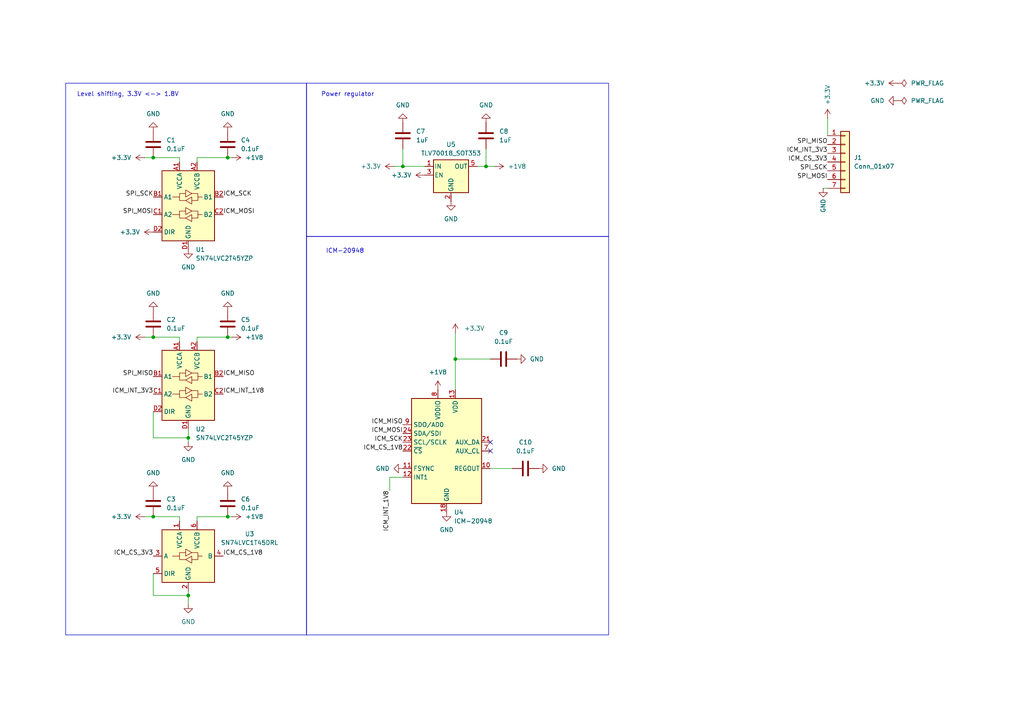
<source format=kicad_sch>
(kicad_sch (version 20250114) (generator "eeschema") (generator_version "9.0")
  (paper "A4")
  (lib_symbols
    (symbol "Connector_Generic:Conn_01x07" (pin_names (offset 1.016) (hide yes))
      (property "Reference" "J" (at 0 10.16 0))
      (property "Value" "Conn_01x07" (at 0 -10.16 0))
      (symbol "Conn_01x07_1_1"
        (rectangle (start -1.27 8.89) (end 1.27 -8.89) (stroke (width 0.254)) (fill (type background)))
        (rectangle (start -1.27 7.747) (end 0 7.493) (stroke (width 0.1524)))
        (rectangle (start -1.27 5.207) (end 0 4.953) (stroke (width 0.1524)))
        (rectangle (start -1.27 2.667) (end 0 2.413) (stroke (width 0.1524)))
        (rectangle (start -1.27 0.127) (end 0 -0.127) (stroke (width 0.1524)))
        (rectangle (start -1.27 -2.413) (end 0 -2.667) (stroke (width 0.1524)))
        (rectangle (start -1.27 -4.953) (end 0 -5.207) (stroke (width 0.1524)))
        (rectangle (start -1.27 -7.493) (end 0 -7.747) (stroke (width 0.1524)))
        (pin passive line (at -5.08 7.62 0) (length 3.81) (name "Pin_1") (number "1"))
        (pin passive line (at -5.08 5.08 0) (length 3.81) (name "Pin_2") (number "2"))
        (pin passive line (at -5.08 2.54 0) (length 3.81) (name "Pin_3") (number "3"))
        (pin passive line (at -5.08 0 0) (length 3.81) (name "Pin_4") (number "4"))
        (pin passive line (at -5.08 -2.54 0) (length 3.81) (name "Pin_5") (number "5"))
        (pin passive line (at -5.08 -5.08 0) (length 3.81) (name "Pin_6") (number "6"))
        (pin passive line (at -5.08 -7.62 0) (length 3.81) (name "Pin_7") (number "7"))
      )
    )
    (symbol "Device:C" (pin_numbers (hide yes)) (pin_names (offset 0.254))
      (property "Reference" "C" (at 0.635 2.54 0))
      (property "Value" "C" (at 0.635 -2.54 0))
      (symbol "C_0_1"
        (polyline (pts (xy -2.032 0.762) (xy 2.032 0.762)) (stroke (width 0.508)))
        (polyline (pts (xy -2.032 -0.762) (xy 2.032 -0.762)) (stroke (width 0.508)))
      )
      (symbol "C_1_1"
        (pin passive line (at 0 3.81 270) (length 2.794) (name "~") (number "1"))
        (pin passive line (at 0 -3.81 90) (length 2.794) (name "~") (number "2"))
      )
    )
    (symbol "Logic_LevelTranslator:SN74LVC1T45DRL"
      (property "Reference" "U" (at -6.35 8.89 0))
      (property "Value" "SN74LVC1T45DRL" (at 3.81 8.89 0))
      (symbol "SN74LVC1T45DRL_0_1"
        (rectangle (start -7.62 7.62) (end 7.62 -7.62) (stroke (width 0.254)) (fill (type background)))
        (polyline (pts (xy -2.54 0) (xy -2.54 1.016) (xy -0.762 1.016)))
        (polyline (pts (xy -0.762 0) (xy -0.762 2.032) (xy 1.016 1.016) (xy -0.762 0)))
        (polyline (pts (xy -0.762 -1.016) (xy -2.54 -1.016) (xy -2.54 0) (xy -4.572 0)))
        (polyline (pts (xy 1.016 1.016) (xy 2.794 1.016) (xy 2.794 0) (xy 4.064 0)))
        (polyline (pts (xy 1.016 0) (xy 1.016 -1.778) (xy 1.016 -2.032) (xy -0.762 -1.016) (xy 1.016 0)))
        (polyline (pts (xy 2.794 0) (xy 2.794 -1.016) (xy 1.016 -1.016)))
      )
      (symbol "SN74LVC1T45DRL_1_1"
        (pin bidirectional line (at -10.16 0 0) (length 2.54) (name "A") (number "3"))
        (pin input line (at -10.16 -5.08 0) (length 2.54) (name "DIR") (number "5"))
        (pin power_in line (at -2.54 10.16 270) (length 2.54) (name "VCCA") (number "1"))
        (pin power_in line (at 0 -10.16 90) (length 2.54) (name "GND") (number "2"))
        (pin power_in line (at 2.54 10.16 270) (length 2.54) (name "VCCB") (number "6"))
        (pin bidirectional line (at 10.16 0 180) (length 2.54) (name "B") (number "4"))
      )
    )
    (symbol "Logic_LevelTranslator:SN74LVC2T45YZP"
      (property "Reference" "U" (at -6.35 11.43 0))
      (property "Value" "SN74LVC2T45YZP" (at 3.81 11.43 0))
      (symbol "SN74LVC2T45YZP_0_1"
        (rectangle (start -7.62 10.16) (end 7.62 -10.16) (stroke (width 0.254)) (fill (type background)))
        (polyline (pts (xy -2.54 2.54) (xy -2.54 3.556) (xy -0.762 3.556)))
        (polyline (pts (xy -0.762 2.54) (xy -0.762 4.572) (xy 1.016 3.556) (xy -0.762 2.54)))
        (polyline (pts (xy -0.762 1.524) (xy -2.54 1.524) (xy -2.54 2.54) (xy -4.572 2.54)))
        (polyline (pts (xy 1.016 3.556) (xy 2.794 3.556) (xy 2.794 2.54) (xy 4.064 2.54)))
        (polyline (pts (xy 1.016 2.54) (xy 1.016 0.762) (xy 1.016 0.508) (xy -0.762 1.524) (xy 1.016 2.54)))
        (polyline (pts (xy 2.794 2.54) (xy 2.794 1.524) (xy 1.016 1.524)))
      )
      (symbol "SN74LVC2T45YZP_1_1"
        (polyline (pts (xy -2.54 -2.54) (xy -2.54 -1.524) (xy -0.762 -1.524)))
        (polyline (pts (xy -0.762 -2.54) (xy -0.762 -0.508) (xy 1.016 -1.524) (xy -0.762 -2.54)))
        (polyline (pts (xy -0.762 -3.556) (xy -2.54 -3.556) (xy -2.54 -2.54) (xy -4.572 -2.54)))
        (polyline (pts (xy 1.016 -1.524) (xy 2.794 -1.524) (xy 2.794 -2.54) (xy 4.064 -2.54)))
        (polyline (pts (xy 1.016 -2.54) (xy 1.016 -4.318) (xy 1.016 -4.572) (xy -0.762 -3.556) (xy 1.016 -2.54)))
        (polyline (pts (xy 2.794 -2.54) (xy 2.794 -3.556) (xy 1.016 -3.556)))
        (pin bidirectional line (at -10.16 2.54 0) (length 2.54) (name "A1") (number "B1"))
        (pin bidirectional line (at -10.16 -2.54 0) (length 2.54) (name "A2") (number "C1"))
        (pin input line (at -10.16 -7.62 0) (length 2.54) (name "DIR") (number "D2"))
        (pin power_in line (at -2.54 12.7 270) (length 2.54) (name "VCCA") (number "A1"))
        (pin power_in line (at 0 -12.7 90) (length 2.54) (name "GND") (number "D1"))
        (pin power_in line (at 2.54 12.7 270) (length 2.54) (name "VCCB") (number "A2"))
        (pin bidirectional line (at 10.16 2.54 180) (length 2.54) (name "B1") (number "B2"))
        (pin bidirectional line (at 10.16 -2.54 180) (length 2.54) (name "B2") (number "C2"))
      )
    )
    (symbol "Regulator_Linear:TLV70018_SOT353" (pin_names (offset 0.254))
      (property "Reference" "U" (at -3.81 5.715 0))
      (property "Value" "TLV70018_SOT353" (at 0 5.715 0))
      (symbol "TLV70018_SOT353_0_1"
        (rectangle (start -5.08 4.445) (end 5.08 -5.08) (stroke (width 0.254)) (fill (type background)))
      )
      (symbol "TLV70018_SOT353_1_1"
        (pin power_in line (at -7.62 2.54 0) (length 2.54) (name "IN") (number "1"))
        (pin input line (at -7.62 0 0) (length 2.54) (name "EN") (number "3"))
        (pin power_in line (at 0 -7.62 90) (length 2.54) (name "GND") (number "2"))
        (pin no_connect line (at 5.08 0 180) (length 2.54) (hide yes) (name "NC") (number "4"))
        (pin power_out line (at 7.62 2.54 180) (length 2.54) (name "OUT") (number "5"))
      )
    )
    (symbol "Sensor_Motion:ICM-20948"
      (property "Reference" "U" (at -11.43 16.51 0))
      (property "Value" "ICM-20948" (at 7.62 -16.51 0))
      (symbol "ICM-20948_0_1"
        (rectangle (start -10.16 15.24) (end 10.16 -15.24) (stroke (width 0.254)) (fill (type background)))
      )
      (symbol "ICM-20948_1_1"
        (pin bidirectional line (at -12.7 7.62 0) (length 2.54) (name "SDO/AD0") (number "9"))
        (pin bidirectional line (at -12.7 5.08 0) (length 2.54) (name "SDA/SDI") (number "24"))
        (pin input line (at -12.7 2.54 0) (length 2.54) (name "SCL/SCLK") (number "23"))
        (pin input line (at -12.7 0 0) (length 2.54) (name "~{CS}") (number "22"))
        (pin input line (at -12.7 -5.08 0) (length 2.54) (name "FSYNC") (number "11"))
        (pin output line (at -12.7 -7.62 0) (length 2.54) (name "INT1") (number "12"))
        (pin no_connect line (at -10.16 12.7 0) (length 2.54) (hide yes) (name "NC") (number "1"))
        (pin no_connect line (at -10.16 10.16 0) (length 2.54) (hide yes) (name "NC") (number "2"))
        (pin no_connect line (at -10.16 -2.54 0) (length 2.54) (hide yes) (name "NC") (number "3"))
        (pin no_connect line (at -10.16 -10.16 0) (length 2.54) (hide yes) (name "NC") (number "4"))
        (pin no_connect line (at -10.16 -12.7 0) (length 2.54) (hide yes) (name "NC") (number "5"))
        (pin power_in line (at -2.54 17.78 270) (length 2.54) (name "VDDIO") (number "8"))
        (pin power_in line (at 0 -17.78 90) (length 2.54) (name "GND") (number "18"))
        (pin passive line (at 0 -17.78 90) (length 2.54) (hide yes) (name "GND") (number "20"))
        (pin power_in line (at 2.54 17.78 270) (length 2.54) (name "VDD") (number "13"))
        (pin no_connect line (at 10.16 10.16 180) (length 2.54) (hide yes) (name "NC") (number "6"))
        (pin no_connect line (at 10.16 7.62 180) (length 2.54) (hide yes) (name "NC") (number "14"))
        (pin no_connect line (at 10.16 5.08 180) (length 2.54) (hide yes) (name "NC") (number "15"))
        (pin no_connect line (at 10.16 -7.62 180) (length 2.54) (hide yes) (name "NC") (number "16"))
        (pin no_connect line (at 10.16 -10.16 180) (length 2.54) (hide yes) (name "NC") (number "17"))
        (pin no_connect line (at 10.16 -12.7 180) (length 2.54) (hide yes) (name "RESV") (number "19"))
        (pin bidirectional line (at 12.7 2.54 180) (length 2.54) (name "AUX_DA") (number "21"))
        (pin output line (at 12.7 0 180) (length 2.54) (name "AUX_CL") (number "7"))
        (pin passive line (at 12.7 -5.08 180) (length 2.54) (name "REGOUT") (number "10"))
      )
    )
    (symbol "power:+1V8" (power) (pin_numbers (hide yes)) (pin_names (offset 0) (hide yes))
      (property "Value" "+1V8" (at 0 3.556 0))
      (symbol "+1V8_0_1"
        (polyline (pts (xy -0.762 1.27) (xy 0 2.54)))
        (polyline (pts (xy 0 2.54) (xy 0.762 1.27)))
        (polyline (pts (xy 0 0) (xy 0 2.54)))
      )
      (symbol "+1V8_1_1"
        (pin power_in line (at 0 0 90) (length 0) (name "~") (number "1"))
      )
    )
    (symbol "power:+3.3V" (power) (pin_numbers (hide yes)) (pin_names (offset 0) (hide yes))
      (property "Value" "+3.3V" (at 0 3.556 0))
      (symbol "+3.3V_0_1"
        (polyline (pts (xy -0.762 1.27) (xy 0 2.54)))
        (polyline (pts (xy 0 2.54) (xy 0.762 1.27)))
        (polyline (pts (xy 0 0) (xy 0 2.54)))
      )
      (symbol "+3.3V_1_1"
        (pin power_in line (at 0 0 90) (length 0) (name "~") (number "1"))
      )
    )
    (symbol "power:GND" (power) (pin_numbers (hide yes)) (pin_names (offset 0) (hide yes))
      (property "Value" "GND" (at 0 -3.81 0))
      (symbol "GND_0_1"
        (polyline (pts (xy 0 0) (xy 0 -1.27) (xy 1.27 -1.27) (xy 0 -2.54) (xy -1.27 -1.27) (xy 0 -1.27)))
      )
      (symbol "GND_1_1"
        (pin power_in line (at 0 0 270) (length 0) (name "~") (number "1"))
      )
    )
    (symbol "power:PWR_FLAG" (power) (pin_numbers (hide yes)) (pin_names (offset 0) (hide yes))
      (property "Value" "PWR_FLAG" (at 0 3.81 0))
      (symbol "PWR_FLAG_0_0"
        (pin power_out line (at 0 0 90) (length 0) (name "~") (number "1"))
      )
      (symbol "PWR_FLAG_0_1"
        (polyline (pts (xy 0 0) (xy 0 1.27) (xy -1.016 1.905) (xy 0 2.54) (xy 1.016 1.905) (xy 0 1.27)))
      )
    )
  )
  (rectangle (start 88.9 68.58) (end 176.53 184.15))
  (rectangle (start 88.9 24.13) (end 176.53 68.58))
  (rectangle (start 19.05 24.13) (end 88.9 184.15))
  (text "Level shifting, 3.3V <-> 1.8V" (at 37.084 27.432 0) (effects (font (size 1.27 1.27))))
  (text "ICM-20948" (at 100.076 72.898 0) (effects (font (size 1.27 1.27))))
  (text "Power regulator" (at 100.838 27.432 0) (effects (font (size 1.27 1.27))))
  (junction (at 66.04 97.79))
  (junction (at 66.04 45.72))
  (junction (at 116.84 48.26))
  (junction (at 132.08 104.14))
  (junction (at 54.61 127))
  (junction (at 44.45 97.79))
  (junction (at 54.61 172.72))
  (junction (at 44.45 45.72))
  (junction (at 44.45 149.86))
  (junction (at 140.97 48.26))
  (junction (at 66.04 149.86))
  (no_connect (at 142.24 130.81))
  (no_connect (at 142.24 128.27))
  (wire (pts (xy 132.08 104.14) (xy 142.24 104.14)))
  (wire (pts (xy 57.15 151.13) (xy 57.15 149.86)))
  (wire (pts (xy 240.03 34.29) (xy 240.03 39.37)))
  (wire (pts (xy 116.84 48.26) (xy 123.19 48.26)))
  (wire (pts (xy 138.43 48.26) (xy 140.97 48.26)))
  (wire (pts (xy 238.76 54.61) (xy 240.03 54.61)))
  (wire (pts (xy 44.45 149.86) (xy 52.07 149.86)))
  (wire (pts (xy 44.45 127) (xy 54.61 127)))
  (wire (pts (xy 140.97 48.26) (xy 143.51 48.26)))
  (wire (pts (xy 44.45 45.72) (xy 52.07 45.72)))
  (wire (pts (xy 44.45 97.79) (xy 52.07 97.79)))
  (wire (pts (xy 54.61 128.27) (xy 54.61 127)))
  (wire (pts (xy 57.15 97.79) (xy 66.04 97.79)))
  (wire (pts (xy 54.61 171.45) (xy 54.61 172.72)))
  (wire (pts (xy 54.61 172.72) (xy 54.61 175.26)))
  (wire (pts (xy 114.3 48.26) (xy 116.84 48.26)))
  (wire (pts (xy 52.07 45.72) (xy 52.07 46.99)))
  (wire (pts (xy 116.84 138.43) (xy 113.03 138.43)))
  (wire (pts (xy 57.15 45.72) (xy 66.04 45.72)))
  (wire (pts (xy 41.91 97.79) (xy 44.45 97.79)))
  (wire (pts (xy 148.59 135.89) (xy 142.24 135.89)))
  (wire (pts (xy 57.15 46.99) (xy 57.15 45.72)))
  (wire (pts (xy 41.91 149.86) (xy 44.45 149.86)))
  (wire (pts (xy 44.45 172.72) (xy 54.61 172.72)))
  (wire (pts (xy 57.15 149.86) (xy 66.04 149.86)))
  (wire (pts (xy 66.04 149.86) (xy 67.31 149.86)))
  (wire (pts (xy 57.15 99.06) (xy 57.15 97.79)))
  (wire (pts (xy 132.08 96.52) (xy 132.08 104.14)))
  (wire (pts (xy 44.45 119.38) (xy 44.45 127)))
  (wire (pts (xy 66.04 45.72) (xy 67.31 45.72)))
  (wire (pts (xy 52.07 149.86) (xy 52.07 151.13)))
  (wire (pts (xy 41.91 45.72) (xy 44.45 45.72)))
  (wire (pts (xy 54.61 127) (xy 54.61 124.46)))
  (wire (pts (xy 44.45 166.37) (xy 44.45 172.72)))
  (wire (pts (xy 140.97 43.18) (xy 140.97 48.26)))
  (wire (pts (xy 132.08 104.14) (xy 132.08 113.03)))
  (wire (pts (xy 116.84 43.18) (xy 116.84 48.26)))
  (wire (pts (xy 113.03 138.43) (xy 113.03 142.24)))
  (wire (pts (xy 52.07 97.79) (xy 52.07 99.06)))
  (wire (pts (xy 66.04 97.79) (xy 67.31 97.79)))
  (label "ICM_SCK" (at 64.77 57.15 0))
  (label "ICM_MISO" (at 116.84 123.19 180))
  (label "ICM_CS_1V8" (at 116.84 130.81 180))
  (label "SPI_SCK" (at 240.03 49.53 180))
  (label "ICM_INT_1V8" (at 113.03 142.24 270))
  (label "ICM_INT_3V3" (at 44.45 114.3 180))
  (label "ICM_INT_1V8" (at 64.77 114.3 0))
  (label "ICM_SCK" (at 116.84 128.27 180))
  (label "SPI_MISO" (at 240.03 41.91 180))
  (label "ICM_MOSI" (at 64.77 62.23 0))
  (label "ICM_INT_3V3" (at 240.03 44.45 180))
  (label "ICM_CS_3V3" (at 44.45 161.29 180))
  (label "SPI_MISO" (at 44.45 109.22 180))
  (label "ICM_MISO" (at 64.77 109.22 0))
  (label "ICM_MOSI" (at 116.84 125.73 180))
  (label "SPI_MOSI" (at 44.45 62.23 180))
  (label "SPI_SCK" (at 44.45 57.15 180))
  (label "ICM_CS_1V8" (at 64.77 161.29 0))
  (label "ICM_CS_3V3" (at 240.03 46.99 180))
  (label "SPI_MOSI" (at 240.03 52.07 180))
  (symbol (lib_id "power:+3.3V") (at 41.91 45.72 90) (unit 1)
    (property "Reference" "#PWR01" (effects (hide yes)))
    (property "Value" "+3.3V" (at 38.1 45.7199 90) (effects (justify left)))
    (property "Description" "Power symbol creates a global label with name \"+3.3V\"" (effects (hide yes)))
  )
  (symbol (lib_id "power:PWR_FLAG") (at 260.35 24.13 270) (unit 1)
    (property "Reference" "#FLG01" (effects (hide yes)))
    (property "Value" "PWR_FLAG" (at 264.16 24.1299 90) (effects (justify left)))
    (property "Description" "Special symbol for telling ERC where power comes from" (effects (hide yes)))
  )
  (symbol (lib_id "Device:C") (at 66.04 41.91 0) (unit 1)
    (property "Reference" "C4" (at 69.85 40.6399 0) (effects (justify left)))
    (property "Value" "0.1uF" (at 69.85 43.1799 0) (effects (justify left)))
    (property "Footprint" "Capacitor_SMD:C_0402_1005Metric" (effects (hide yes)))
    (property "Description" "Unpolarized capacitor" (effects (hide yes)))
  )
  (symbol (lib_id "power:+3.3V") (at 132.08 96.52 0) (unit 1)
    (property "Reference" "#PWR024" (effects (hide yes)))
    (property "Value" "+3.3V" (at 134.62 95.2499 0) (effects (justify left)))
    (property "Description" "Power symbol creates a global label with name \"+3.3V\"" (effects (hide yes)))
  )
  (symbol (lib_id "power:GND") (at 66.04 38.1 180) (unit 1)
    (property "Reference" "#PWR011" (effects (hide yes)))
    (property "Value" "GND" (at 66.04 33.02 0))
    (property "Description" "Power symbol creates a global label with name \"GND\" , ground" (effects (hide yes)))
  )
  (symbol (lib_id "power:GND") (at 260.35 29.21 270) (unit 1)
    (property "Reference" "#PWR032" (effects (hide yes)))
    (property "Value" "GND" (at 256.54 29.2099 90) (effects (justify right)))
    (property "Description" "Power symbol creates a global label with name \"GND\" , ground" (effects (hide yes)))
  )
  (symbol (lib_id "power:+1V8") (at 143.51 48.26 270) (unit 1)
    (property "Reference" "#PWR026" (effects (hide yes)))
    (property "Value" "+1V8" (at 147.32 48.2599 90) (effects (justify left)))
    (property "Description" "Power symbol creates a global label with name \"+1V8\"" (effects (hide yes)))
  )
  (symbol (lib_id "power:+3.3V") (at 123.19 50.8 90) (unit 1)
    (property "Reference" "#PWR020" (effects (hide yes)))
    (property "Value" "+3.3V" (at 119.38 50.7999 90) (effects (justify left)))
    (property "Description" "Power symbol creates a global label with name \"+3.3V\"" (effects (hide yes)))
  )
  (symbol (lib_id "Device:C") (at 116.84 39.37 0) (unit 1)
    (property "Reference" "C7" (at 120.65 38.0999 0) (effects (justify left)))
    (property "Value" "1uF" (at 120.65 40.6399 0) (effects (justify left)))
    (property "Footprint" "Capacitor_SMD:C_0402_1005Metric" (effects (hide yes)))
    (property "Description" "Unpolarized capacitor (C88945)" (effects (hide yes)))
  )
  (symbol (lib_id "Logic_LevelTranslator:SN74LVC2T45YZP") (at 54.61 59.69 0) (unit 1)
    (property "Reference" "U1" (at 56.7533 72.39 0) (effects (justify left)))
    (property "Value" "SN74LVC2T45YZP" (at 56.7533 74.93 0) (effects (justify left)))
    (property "Footprint" "Package_BGA:Texas_DSBGA-8_0.9x1.9mm_Layout2x4_P0.5mm" (effects (hide yes)))
    (property "Datasheet" "http://www.ti.com/lit/ds/symlink/sn74lvc2t45.pdf" (effects (hide yes)))
    (property "Description" "Dual-Bit Dual-Supply Bus Transceiver With Configurable Voltage Translation and 3-State Outputs, DSBGA-8 (C913828)" (effects (hide yes)))
  )
  (symbol (lib_id "power:GND") (at 156.21 135.89 90) (unit 1)
    (property "Reference" "#PWR028" (effects (hide yes)))
    (property "Value" "GND" (at 160.02 135.8899 90) (effects (justify right)))
    (property "Description" "Power symbol creates a global label with name \"GND\" , ground" (effects (hide yes)))
  )
  (symbol (lib_id "power:GND") (at 54.61 128.27 0) (unit 1)
    (property "Reference" "#PWR09" (effects (hide yes)))
    (property "Value" "GND" (at 54.61 133.35 0))
    (property "Description" "Power symbol creates a global label with name \"GND\" , ground" (effects (hide yes)))
  )
  (symbol (lib_id "power:+3.3V") (at 260.35 24.13 90) (unit 1)
    (property "Reference" "#PWR031" (effects (hide yes)))
    (property "Value" "+3.3V" (at 256.54 24.1299 90) (effects (justify left)))
    (property "Description" "Power symbol creates a global label with name \"+3.3V\"" (effects (hide yes)))
  )
  (symbol (lib_id "power:+3.3V") (at 240.03 34.29 0) (unit 1)
    (property "Reference" "#PWR030" (effects (hide yes)))
    (property "Value" "+3.3V" (at 240.0301 30.48 90) (effects (justify left)))
    (property "Description" "Power symbol creates a global label with name \"+3.3V\"" (effects (hide yes)))
  )
  (symbol (lib_id "Logic_LevelTranslator:SN74LVC1T45DRL") (at 54.61 161.29 0) (unit 1)
    (property "Reference" "U3" (at 72.39 154.8698 0))
    (property "Value" "SN74LVC1T45DRL" (at 72.39 157.4098 0))
    (property "Footprint" "Package_TO_SOT_SMD:SOT-563" (effects (hide yes)))
    (property "Datasheet" "http://www.ti.com/lit/ds/symlink/sn74lvc1t45.pdf" (effects (hide yes)))
    (property "Description" "Single-Bit Dual-Supply Bus Transceiver With Configurable Voltage Translation and 3-State Outputs, SOT-563 (C352970)" (effects (hide yes)))
  )
  (symbol (lib_id "power:GND") (at 54.61 72.39 0) (unit 1)
    (property "Reference" "#PWR08" (effects (hide yes)))
    (property "Value" "GND" (at 54.61 77.47 0))
    (property "Description" "Power symbol creates a global label with name \"GND\" , ground" (effects (hide yes)))
  )
  (symbol (lib_id "power:+1V8") (at 67.31 45.72 270) (unit 1)
    (property "Reference" "#PWR014" (effects (hide yes)))
    (property "Value" "+1V8" (at 71.12 45.7199 90) (effects (justify left)))
    (property "Description" "Power symbol creates a global label with name \"+1V8\"" (effects (hide yes)))
  )
  (symbol (lib_id "Device:C") (at 44.45 41.91 0) (unit 1)
    (property "Reference" "C1" (at 48.26 40.6399 0) (effects (justify left)))
    (property "Value" "0.1uF" (at 48.26 43.1799 0) (effects (justify left)))
    (property "Footprint" "Capacitor_SMD:C_0402_1005Metric" (effects (hide yes)))
    (property "Description" "Unpolarized capacitor" (effects (hide yes)))
  )
  (symbol (lib_id "power:GND") (at 66.04 90.17 180) (unit 1)
    (property "Reference" "#PWR012" (effects (hide yes)))
    (property "Value" "GND" (at 66.04 85.09 0))
    (property "Description" "Power symbol creates a global label with name \"GND\" , ground" (effects (hide yes)))
  )
  (symbol (lib_id "power:GND") (at 129.54 148.59 0) (unit 1)
    (property "Reference" "#PWR022" (effects (hide yes)))
    (property "Value" "GND" (at 129.54 153.67 0))
    (property "Description" "Power symbol creates a global label with name \"GND\" , ground" (effects (hide yes)))
  )
  (symbol (lib_id "power:+3.3V") (at 41.91 149.86 90) (unit 1)
    (property "Reference" "#PWR03" (effects (hide yes)))
    (property "Value" "+3.3V" (at 38.1 149.8599 90) (effects (justify left)))
    (property "Description" "Power symbol creates a global label with name \"+3.3V\"" (effects (hide yes)))
  )
  (symbol (lib_id "power:+3.3V") (at 41.91 97.79 90) (unit 1)
    (property "Reference" "#PWR02" (effects (hide yes)))
    (property "Value" "+3.3V" (at 38.1 97.7899 90) (effects (justify left)))
    (property "Description" "Power symbol creates a global label with name \"+3.3V\"" (effects (hide yes)))
  )
  (symbol (lib_id "power:GND") (at 44.45 142.24 180) (unit 1)
    (property "Reference" "#PWR07" (effects (hide yes)))
    (property "Value" "GND" (at 44.45 137.16 0))
    (property "Description" "Power symbol creates a global label with name \"GND\" , ground" (effects (hide yes)))
  )
  (symbol (lib_id "power:GND") (at 44.45 38.1 180) (unit 1)
    (property "Reference" "#PWR04" (effects (hide yes)))
    (property "Value" "GND" (at 44.45 33.02 0))
    (property "Description" "Power symbol creates a global label with name \"GND\" , ground" (effects (hide yes)))
  )
  (symbol (lib_id "Device:C") (at 146.05 104.14 90) (unit 1)
    (property "Reference" "C9" (at 146.05 96.52 90))
    (property "Value" "0.1uF" (at 146.05 99.06 90))
    (property "Footprint" "Capacitor_SMD:C_0402_1005Metric" (effects (hide yes)))
    (property "Description" "Unpolarized capacitor (C1525)" (effects (hide yes)))
  )
  (symbol (lib_id "power:GND") (at 44.45 90.17 180) (unit 1)
    (property "Reference" "#PWR06" (effects (hide yes)))
    (property "Value" "GND" (at 44.45 85.09 0))
    (property "Description" "Power symbol creates a global label with name \"GND\" , ground" (effects (hide yes)))
  )
  (symbol (lib_id "power:GND") (at 140.97 35.56 180) (unit 1)
    (property "Reference" "#PWR025" (effects (hide yes)))
    (property "Value" "GND" (at 140.97 30.48 0))
    (property "Description" "Power symbol creates a global label with name \"GND\" , ground" (effects (hide yes)))
  )
  (symbol (lib_id "Logic_LevelTranslator:SN74LVC2T45YZP") (at 54.61 111.76 0) (unit 1)
    (property "Reference" "U2" (at 56.7533 124.46 0) (effects (justify left)))
    (property "Value" "SN74LVC2T45YZP" (at 56.7533 127 0) (effects (justify left)))
    (property "Footprint" "Package_BGA:Texas_DSBGA-8_0.9x1.9mm_Layout2x4_P0.5mm" (effects (hide yes)))
    (property "Datasheet" "http://www.ti.com/lit/ds/symlink/sn74lvc2t45.pdf" (effects (hide yes)))
    (property "Description" "Dual-Bit Dual-Supply Bus Transceiver With Configurable Voltage Translation and 3-State Outputs, DSBGA-8 (C913828)" (effects (hide yes)))
  )
  (symbol (lib_id "Device:C") (at 44.45 93.98 0) (unit 1)
    (property "Reference" "C2" (at 48.26 92.7099 0) (effects (justify left)))
    (property "Value" "0.1uF" (at 48.26 95.2499 0) (effects (justify left)))
    (property "Footprint" "Capacitor_SMD:C_0402_1005Metric" (effects (hide yes)))
    (property "Description" "Unpolarized capacitor" (effects (hide yes)))
  )
  (symbol (lib_id "power:GND") (at 238.76 54.61 0) (unit 1)
    (property "Reference" "#PWR029" (effects (hide yes)))
    (property "Value" "GND" (at 238.76 59.69 90))
    (property "Description" "Power symbol creates a global label with name \"GND\" , ground" (effects (hide yes)))
  )
  (symbol (lib_id "power:+1V8") (at 67.31 149.86 270) (unit 1)
    (property "Reference" "#PWR016" (effects (hide yes)))
    (property "Value" "+1V8" (at 71.12 149.8599 90) (effects (justify left)))
    (property "Description" "Power symbol creates a global label with name \"+1V8\"" (effects (hide yes)))
  )
  (symbol (lib_id "Device:C") (at 66.04 146.05 0) (unit 1)
    (property "Reference" "C6" (at 69.85 144.7799 0) (effects (justify left)))
    (property "Value" "0.1uF" (at 69.85 147.3199 0) (effects (justify left)))
    (property "Footprint" "Capacitor_SMD:C_0402_1005Metric" (effects (hide yes)))
    (property "Description" "Unpolarized capacitor" (effects (hide yes)))
  )
  (symbol (lib_id "Regulator_Linear:TLV70018_SOT353") (at 130.81 50.8 0) (unit 1)
    (property "Reference" "U5" (at 130.81 41.91 0))
    (property "Value" "TLV70018_SOT353" (at 130.81 44.45 0))
    (property "Footprint" "Package_TO_SOT_SMD:SOT-353_SC-70-5" (effects (hide yes)))
    (property "Datasheet" "http://www.ti.com/lit/ds/symlink/tlv700.pdf" (effects (hide yes)))
    (property "Description" "200mA Low Dropout Voltage Regulator, Fixed Output 1.8V, SC70-5" (effects (hide yes)))
  )
  (symbol (lib_id "power:+1V8") (at 67.31 97.79 270) (unit 1)
    (property "Reference" "#PWR015" (effects (hide yes)))
    (property "Value" "+1V8" (at 71.12 97.7899 90) (effects (justify left)))
    (property "Description" "Power symbol creates a global label with name \"+1V8\"" (effects (hide yes)))
  )
  (symbol (lib_id "power:GND") (at 116.84 35.56 180) (unit 1)
    (property "Reference" "#PWR018" (effects (hide yes)))
    (property "Value" "GND" (at 116.84 30.48 0))
    (property "Description" "Power symbol creates a global label with name \"GND\" , ground" (effects (hide yes)))
  )
  (symbol (lib_id "Sensor_Motion:ICM-20948") (at 129.54 130.81 0) (unit 1)
    (property "Reference" "U4" (at 131.6833 148.59 0) (effects (justify left)))
    (property "Value" "ICM-20948" (at 131.6833 151.13 0) (effects (justify left)))
    (property "Footprint" "Sensor_Motion:InvenSense_QFN-24_3x3mm_P0.4mm" (effects (hide yes)))
    (property "Datasheet" "http://www.invensense.com/wp-content/uploads/2016/06/DS-000189-ICM-20948-v1.3.pdf" (effects (hide yes)))
    (property "Description" "InvenSense 9-Axis Motion Sensor, Accelerometer, Gyroscope, Compass, I2C/SPI, QFN-24" (effects (hide yes)))
  )
  (symbol (lib_id "power:+3.3V") (at 44.45 67.31 90) (unit 1)
    (property "Reference" "#PWR05" (effects (hide yes)))
    (property "Value" "+3.3V" (at 40.64 67.3099 90) (effects (justify left)))
    (property "Description" "Power symbol creates a global label with name \"+3.3V\"" (effects (hide yes)))
  )
  (symbol (lib_id "Device:C") (at 44.45 146.05 0) (unit 1)
    (property "Reference" "C3" (at 48.26 144.7799 0) (effects (justify left)))
    (property "Value" "0.1uF" (at 48.26 147.3199 0) (effects (justify left)))
    (property "Footprint" "Capacitor_SMD:C_0402_1005Metric" (effects (hide yes)))
    (property "Description" "Unpolarized capacitor" (effects (hide yes)))
  )
  (symbol (lib_id "Device:C") (at 152.4 135.89 90) (unit 1)
    (property "Reference" "C10" (at 152.4 128.27 90))
    (property "Value" "0.1uF" (at 152.4 130.81 90))
    (property "Footprint" "Capacitor_SMD:C_0402_1005Metric" (effects (hide yes)))
    (property "Description" "Unpolarized capacitor (C1525)" (effects (hide yes)))
  )
  (symbol (lib_id "power:GND") (at 66.04 142.24 180) (unit 1)
    (property "Reference" "#PWR013" (effects (hide yes)))
    (property "Value" "GND" (at 66.04 137.16 0))
    (property "Description" "Power symbol creates a global label with name \"GND\" , ground" (effects (hide yes)))
  )
  (symbol (lib_id "power:PWR_FLAG") (at 260.35 29.21 270) (unit 1)
    (property "Reference" "#FLG02" (effects (hide yes)))
    (property "Value" "PWR_FLAG" (at 264.16 29.2099 90) (effects (justify left)))
    (property "Description" "Special symbol for telling ERC where power comes from" (effects (hide yes)))
  )
  (symbol (lib_id "Device:C") (at 66.04 93.98 0) (unit 1)
    (property "Reference" "C5" (at 69.85 92.7099 0) (effects (justify left)))
    (property "Value" "0.1uF" (at 69.85 95.2499 0) (effects (justify left)))
    (property "Footprint" "Capacitor_SMD:C_0402_1005Metric" (effects (hide yes)))
    (property "Description" "Unpolarized capacitor" (effects (hide yes)))
  )
  (symbol (lib_id "Device:C") (at 140.97 39.37 0) (unit 1)
    (property "Reference" "C8" (at 144.78 38.0999 0) (effects (justify left)))
    (property "Value" "1uF" (at 144.78 40.6399 0) (effects (justify left)))
    (property "Footprint" "Capacitor_SMD:C_0402_1005Metric" (effects (hide yes)))
    (property "Description" "Unpolarized capacitor (C88945)" (effects (hide yes)))
  )
  (symbol (lib_id "power:GND") (at 130.81 58.42 0) (unit 1)
    (property "Reference" "#PWR023" (effects (hide yes)))
    (property "Value" "GND" (at 130.81 63.5 0))
    (property "Description" "Power symbol creates a global label with name \"GND\" , ground" (effects (hide yes)))
  )
  (symbol (lib_id "Connector_Generic:Conn_01x07") (at 245.11 46.99 0) (unit 1)
    (property "Reference" "J1" (at 247.65 45.7199 0) (effects (justify left)))
    (property "Value" "Conn_01x07" (at 247.65 48.2599 0) (effects (justify left)))
    (property "Footprint" "Connector_PinHeader_2.54mm:PinHeader_1x07_P2.54mm_Vertical" (effects (hide yes)))
    (property "Description" "Generic connector, single row, 01x07, script generated (kicad-library-utils/schlib/autogen/connector/)" (effects (hide yes)))
  )
  (symbol (lib_id "power:+3.3V") (at 114.3 48.26 90) (unit 1)
    (property "Reference" "#PWR017" (effects (hide yes)))
    (property "Value" "+3.3V" (at 110.49 48.2599 90) (effects (justify left)))
    (property "Description" "Power symbol creates a global label with name \"+3.3V\"" (effects (hide yes)))
  )
  (symbol (lib_id "power:GND") (at 149.86 104.14 90) (unit 1)
    (property "Reference" "#PWR027" (effects (hide yes)))
    (property "Value" "GND" (at 153.67 104.1399 90) (effects (justify right)))
    (property "Description" "Power symbol creates a global label with name \"GND\" , ground" (effects (hide yes)))
  )
  (symbol (lib_id "power:+1V8") (at 127 113.03 0) (unit 1)
    (property "Reference" "#PWR021" (effects (hide yes)))
    (property "Value" "+1V8" (at 127 107.95 0))
    (property "Description" "Power symbol creates a global label with name \"+1V8\"" (effects (hide yes)))
  )
  (symbol (lib_id "power:GND") (at 54.61 175.26 0) (unit 1)
    (property "Reference" "#PWR010" (effects (hide yes)))
    (property "Value" "GND" (at 54.61 180.34 0))
    (property "Description" "Power symbol creates a global label with name \"GND\" , ground" (effects (hide yes)))
  )
  (symbol (lib_id "power:GND") (at 116.84 135.89 270) (unit 1)
    (property "Reference" "#PWR019" (effects (hide yes)))
    (property "Value" "GND" (at 113.03 135.8899 90) (effects (justify right)))
    (property "Description" "Power symbol creates a global label with name \"GND\" , ground" (effects (hide yes)))
  )
)
</source>
